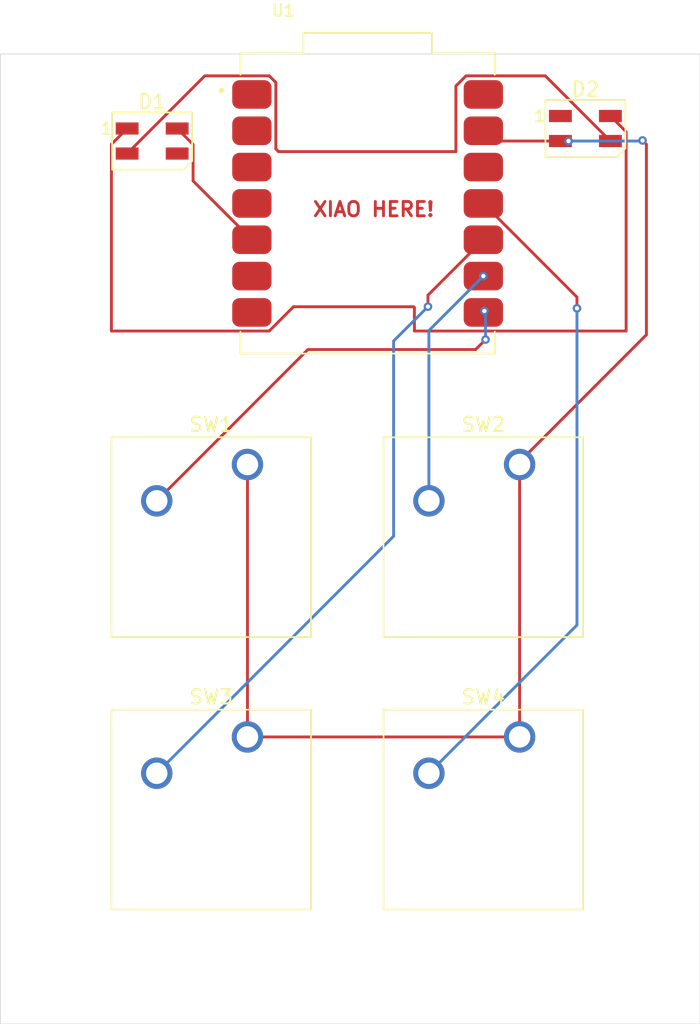
<source format=kicad_pcb>
(kicad_pcb (version 20241229) (generator "pcbnew") (generator_version "9.0")
  (layers (0 "F.Cu" signal) (2 "B.Cu" signal) (13 "F.Paste" user) (15 "B.Paste" user) (5 "F.SilkS" user "F.Silkscreen") (7 "B.SilkS" user "B.Silkscreen") (1 "F.Mask" user) (3 "B.Mask" user) (25 "Edge.Cuts" user))
  (net 0 "")
  (net 2 "Net-(D1-DOUT)")
  (net 3 "Net-(D1-DIN)")
  (net 4 "Net-(D1-VSS)")
  (net 5 "GND")
  (net 7 "Net-(U1-GPIO1{slash}RX)")
  (net 8 "Net-(U1-GPIO2{slash}SCK)")
  (net 9 "Net-(U1-GPIO4{slash}MISO)")
  (net 10 "Net-(U1-GPIO3{slash}MOSI)")
  (net 13 "unconnected-(U1-GPIO27{slash}ADC1{slash}A1-Pad2)")
  (net 15 "+5V")
  (footprint "Button_Switch_Keyboard:SW_Cherry_MX_1.00u_PCB" (layer "F.Cu") (at 147.79625 109.22)
    (property "Reference" "SW4" (at -2.54 -2.794 0) (layer "F.SilkS"))
    (property "Value" "SW_Push")
    (fp_line (start -9.525 -1.905) (end 4.445 -1.905) (stroke (width 0.12)) (layer "F.SilkS"))
    (fp_line (start -9.525 12.065) (end -9.525 -1.905) (stroke (width 0.12)) (layer "F.SilkS"))
    (fp_line (start 4.445 -1.905) (end 4.445 12.065) (stroke (width 0.12)) (layer "F.SilkS"))
    (fp_line (start 4.445 12.065) (end -9.525 12.065) (stroke (width 0.12)) (layer "F.SilkS"))
    (pad "" np_thru_hole circle (at -7.62 5.08) (size 1.7 1.7) (drill 1.7) (layers "*.Cu" "*.Mask"))
    (pad "" np_thru_hole circle (at -2.54 5.08) (size 4 4) (drill 4) (layers "*.Cu" "*.Mask"))
    (pad "" np_thru_hole circle (at 2.54 5.08) (size 1.7 1.7) (drill 1.7) (layers "*.Cu" "*.Mask"))
    (pad "1" thru_hole circle (at 0 0) (size 2.2 2.2) (drill 1.5) (layers "*.Cu" "*.Mask") (net 5 "GND"))
    (pad "2" thru_hole circle (at -6.35 2.54) (size 2.2 2.2) (drill 1.5) (layers "*.Cu" "*.Mask") (net 10 "Net-(U1-GPIO3{slash}MOSI)"))
  )
  (footprint "LED_SMD:LED_SK6812MINI_PLCC4_3.5x3.5mm_P1.75mm" (layer "F.Cu") (at 122.075 67.55)
    (property "Reference" "D1" (at 0 -2.75 0) (layer "F.SilkS"))
    (property "Value" "SK6812")
    (fp_line (start -2.8 -2) (end -2.8 2) (stroke (width 0.12)) (layer "F.SilkS"))
    (fp_line (start -2.8 -2) (end 2.8 -2) (stroke (width 0.12)) (layer "F.SilkS"))
    (fp_line (start -2.8 2) (end 2.2 2) (stroke (width 0.12)) (layer "F.SilkS"))
    (fp_line (start 2.8 1.4) (end 2.2 2) (stroke (width 0.12)) (layer "F.SilkS"))
    (fp_line (start 2.8 1.4) (end 2.8 -2) (stroke (width 0.12)) (layer "F.SilkS"))
    (fp_text user "1" (at -3.2 -0.875 0) (layer "F.SilkS") (effects (font (size 0.8 0.8))))
    (pad "1" smd rect (at -1.75 -0.875) (size 1.6 0.85) (layers "F.Cu" "F.Mask" "F.Paste") (net 4 "Net-(D1-VSS)"))
    (pad "2" smd rect (at -1.75 0.875) (size 1.6 0.85) (layers "F.Cu" "F.Mask" "F.Paste") (net 3 "Net-(D1-DIN)"))
    (pad "3" smd rect (at 1.75 0.875) (size 1.6 0.85) (layers "F.Cu" "F.Mask" "F.Paste"))
    (pad "4" smd rect (at 1.75 -0.875) (size 1.6 0.85) (layers "F.Cu" "F.Mask" "F.Paste") (net 2 "Net-(D1-DOUT)"))
  )
  (footprint "LED_SMD:LED_SK6812MINI_PLCC4_3.5x3.5mm_P1.75mm" (layer "F.Cu") (at 152.4 66.675)
    (property "Reference" "D2" (at 0 -2.75 0) (layer "F.SilkS"))
    (property "Value" "SK6812MINI")
    (fp_line (start -2.8 -2) (end -2.8 2) (stroke (width 0.12)) (layer "F.SilkS"))
    (fp_line (start -2.8 -2) (end 2.8 -2) (stroke (width 0.12)) (layer "F.SilkS"))
    (fp_line (start -2.8 2) (end 2.2 2) (stroke (width 0.12)) (layer "F.SilkS"))
    (fp_line (start 2.8 1.4) (end 2.2 2) (stroke (width 0.12)) (layer "F.SilkS"))
    (fp_line (start 2.8 1.4) (end 2.8 -2) (stroke (width 0.12)) (layer "F.SilkS"))
    (fp_text user "1" (at -3.2 -0.875 0) (layer "F.SilkS") (effects (font (size 0.8 0.8))))
    (pad "1" smd rect (at -1.75 -0.875) (size 1.6 0.85) (layers "F.Cu" "F.Mask" "F.Paste"))
    (pad "2" smd rect (at -1.75 0.875) (size 1.6 0.85) (layers "F.Cu" "F.Mask" "F.Paste") (net 5 "GND"))
    (pad "3" smd rect (at 1.75 0.875) (size 1.6 0.85) (layers "F.Cu" "F.Mask" "F.Paste") (net 3 "Net-(D1-DIN)"))
    (pad "4" smd rect (at 1.75 -0.875) (size 1.6 0.85) (layers "F.Cu" "F.Mask" "F.Paste") (net 4 "Net-(D1-VSS)"))
  )
  (footprint "Button_Switch_Keyboard:SW_Cherry_MX_1.00u_PCB" (layer "F.Cu") (at 128.74625 90.17)
    (property "Reference" "SW1" (at -2.54 -2.794 0) (layer "F.SilkS"))
    (property "Value" "SW_Push")
    (fp_line (start -9.525 -1.905) (end 4.445 -1.905) (stroke (width 0.12)) (layer "F.SilkS"))
    (fp_line (start -9.525 12.065) (end -9.525 -1.905) (stroke (width 0.12)) (layer "F.SilkS"))
    (fp_line (start 4.445 -1.905) (end 4.445 12.065) (stroke (width 0.12)) (layer "F.SilkS"))
    (fp_line (start 4.445 12.065) (end -9.525 12.065) (stroke (width 0.12)) (layer "F.SilkS"))
    (pad "" np_thru_hole circle (at -7.62 5.08) (size 1.7 1.7) (drill 1.7) (layers "*.Cu" "*.Mask"))
    (pad "" np_thru_hole circle (at -2.54 5.08) (size 4 4) (drill 4) (layers "*.Cu" "*.Mask"))
    (pad "" np_thru_hole circle (at 2.54 5.08) (size 1.7 1.7) (drill 1.7) (layers "*.Cu" "*.Mask"))
    (pad "1" thru_hole circle (at 0 0) (size 2.2 2.2) (drill 1.5) (layers "*.Cu" "*.Mask") (net 5 "GND"))
    (pad "2" thru_hole circle (at -6.35 2.54) (size 2.2 2.2) (drill 1.5) (layers "*.Cu" "*.Mask") (net 7 "Net-(U1-GPIO1{slash}RX)"))
  )
  (footprint "Button_Switch_Keyboard:SW_Cherry_MX_1.00u_PCB" (layer "F.Cu") (at 147.79625 90.17)
    (property "Reference" "SW2" (at -2.54 -2.794 0) (layer "F.SilkS"))
    (property "Value" "SW_Push")
    (fp_line (start -9.525 -1.905) (end 4.445 -1.905) (stroke (width 0.12)) (layer "F.SilkS"))
    (fp_line (start -9.525 12.065) (end -9.525 -1.905) (stroke (width 0.12)) (layer "F.SilkS"))
    (fp_line (start 4.445 -1.905) (end 4.445 12.065) (stroke (width 0.12)) (layer "F.SilkS"))
    (fp_line (start 4.445 12.065) (end -9.525 12.065) (stroke (width 0.12)) (layer "F.SilkS"))
    (pad "" np_thru_hole circle (at -7.62 5.08) (size 1.7 1.7) (drill 1.7) (layers "*.Cu" "*.Mask"))
    (pad "" np_thru_hole circle (at -2.54 5.08) (size 4 4) (drill 4) (layers "*.Cu" "*.Mask"))
    (pad "" np_thru_hole circle (at 2.54 5.08) (size 1.7 1.7) (drill 1.7) (layers "*.Cu" "*.Mask"))
    (pad "1" thru_hole circle (at 0 0) (size 2.2 2.2) (drill 1.5) (layers "*.Cu" "*.Mask") (net 5 "GND"))
    (pad "2" thru_hole circle (at -6.35 2.54) (size 2.2 2.2) (drill 1.5) (layers "*.Cu" "*.Mask") (net 8 "Net-(U1-GPIO2{slash}SCK)"))
  )
  (footprint "Button_Switch_Keyboard:SW_Cherry_MX_1.00u_PCB" (layer "F.Cu") (at 128.74625 109.22)
    (property "Reference" "SW3" (at -2.54 -2.794 0) (layer "F.SilkS"))
    (property "Value" "SW_Push")
    (fp_line (start -9.525 -1.905) (end 4.445 -1.905) (stroke (width 0.12)) (layer "F.SilkS"))
    (fp_line (start -9.525 12.065) (end -9.525 -1.905) (stroke (width 0.12)) (layer "F.SilkS"))
    (fp_line (start 4.445 -1.905) (end 4.445 12.065) (stroke (width 0.12)) (layer "F.SilkS"))
    (fp_line (start 4.445 12.065) (end -9.525 12.065) (stroke (width 0.12)) (layer "F.SilkS"))
    (pad "" np_thru_hole circle (at -7.62 5.08) (size 1.7 1.7) (drill 1.7) (layers "*.Cu" "*.Mask"))
    (pad "" np_thru_hole circle (at -2.54 5.08) (size 4 4) (drill 4) (layers "*.Cu" "*.Mask"))
    (pad "" np_thru_hole circle (at 2.54 5.08) (size 1.7 1.7) (drill 1.7) (layers "*.Cu" "*.Mask"))
    (pad "1" thru_hole circle (at 0 0) (size 2.2 2.2) (drill 1.5) (layers "*.Cu" "*.Mask") (net 5 "GND"))
    (pad "2" thru_hole circle (at -6.35 2.54) (size 2.2 2.2) (drill 1.5) (layers "*.Cu" "*.Mask") (net 9 "Net-(U1-GPIO4{slash}MISO)"))
  )
  (footprint "XIAO_RP2040:MOUDLE14P-XIAO-DIP-SMD" (layer "F.Cu") (at 137.15625 71.91375)
    (property "Reference" "U1" (at -5.898 -13.494 0) (layer "F.SilkS") (effects (font (size 0.8 0.8))))
    (property "Value" "XIAO-RP2040-DIP")
    (fp_line (start -8.9 -10.5) (end -4.5 -10.5) (stroke (width 0.127)) (layer "F.SilkS"))
    (fp_line (start -8.9 -9) (end -8.9 -10.5) (stroke (width 0.127)) (layer "F.SilkS"))
    (fp_line (start -8.9 8.97) (end -8.9 10.5) (stroke (width 0.127)) (layer "F.SilkS"))
    (fp_line (start -8.9 10.5) (end 8.9 10.5) (stroke (width 0.127)) (layer "F.SilkS"))
    (fp_line (start -4.5 -11.924) (end 4.495 -11.924) (stroke (width 0.127)) (layer "F.SilkS"))
    (fp_line (start -4.5 -10.5) (end -4.5 -11.9) (stroke (width 0.127)) (layer "F.SilkS"))
    (fp_line (start 4.5 -11.9) (end 4.5 -10.5) (stroke (width 0.127)) (layer "F.SilkS"))
    (fp_line (start 4.5 -10.5) (end 8.9 -10.5) (stroke (width 0.127)) (layer "F.SilkS"))
    (fp_line (start 8.9 -10.5) (end 8.9 -9) (stroke (width 0.127)) (layer "F.SilkS"))
    (fp_line (start 8.9 10.5) (end 8.9 8.97) (stroke (width 0.127)) (layer "F.SilkS"))
    (fp_circle (center -10.229 -7.891) (end -10.129 -7.891) (stroke (width 0.2)) (fill no) (layer "F.SilkS"))
    (pad "1" smd roundrect (at -8.1 -7.62) (size 2.75 2) (layers "F.Cu" "F.Mask" "F.Paste"))
    (pad "2" smd roundrect (at -8.1 -5.08) (size 2.75 2) (layers "F.Cu" "F.Mask" "F.Paste") (net 13 "unconnected-(U1-GPIO27{slash}ADC1{slash}A1-Pad2)"))
    (pad "3" smd roundrect (at -8.1 -2.54) (size 2.75 2) (layers "F.Cu" "F.Mask" "F.Paste"))
    (pad "4" smd roundrect (at -8.1 0) (size 2.75 2) (layers "F.Cu" "F.Mask" "F.Paste"))
    (pad "5" smd roundrect (at -8.1 2.54) (size 2.75 2) (layers "F.Cu" "F.Mask" "F.Paste") (net 2 "Net-(D1-DOUT)"))
    (pad "6" smd roundrect (at -8.1 5.08) (size 2.75 2) (layers "F.Cu" "F.Mask" "F.Paste"))
    (pad "7" smd roundrect (at -8.1 7.62) (size 2.75 2) (layers "F.Cu" "F.Mask" "F.Paste"))
    (pad "8" smd roundrect (at 8.1 7.62) (size 2.75 2) (layers "F.Cu" "F.Mask" "F.Paste") (net 7 "Net-(U1-GPIO1{slash}RX)"))
    (pad "9" smd roundrect (at 8.1 5.08) (size 2.75 2) (layers "F.Cu" "F.Mask" "F.Paste") (net 8 "Net-(U1-GPIO2{slash}SCK)"))
    (pad "10" smd roundrect (at 8.1 2.54) (size 2.75 2) (layers "F.Cu" "F.Mask" "F.Paste") (net 9 "Net-(U1-GPIO4{slash}MISO)"))
    (pad "11" smd roundrect (at 8.1 0) (size 2.75 2) (layers "F.Cu" "F.Mask" "F.Paste") (net 10 "Net-(U1-GPIO3{slash}MOSI)"))
    (pad "12" smd roundrect (at 8.1 -2.54) (size 2.75 2) (layers "F.Cu" "F.Mask" "F.Paste"))
    (pad "13" smd roundrect (at 8.1 -5.08) (size 2.75 2) (layers "F.Cu" "F.Mask" "F.Paste") (net 5 "GND"))
    (pad "14" smd roundrect (at 8.1 -7.62) (size 2.75 2) (layers "F.Cu" "F.Mask" "F.Paste") (net 15 "+5V"))
  )
  (gr_rect (start 111.45 61.4625) (end 160.42 129.29) (stroke (width 0.05)) (fill no) (layer "Edge.Cuts"))
  (gr_text "XIAO HERE!" (at 133.23 72.91 0) (layer "F.Cu") (effects (font (size 1 1) (thickness 0.2) (bold yes)) (justify left bottom)))
  (segment (start 123.825 66.675) (end 124.94 67.79) (width 0.2) (layer "F.Cu") (net 2))
  (segment (start 124.94 67.79) (end 124.94 70.3375) (width 0.2) (layer "F.Cu") (net 2))
  (segment (start 124.94 70.3375) (end 129.05625 74.45375) (width 0.2) (layer "F.Cu") (net 2))
  (segment (start 130.73225 63.454692) (end 130.73225 68.10225) (width 0.2) (layer "F.Cu") (net 3))
  (segment (start 125.75725 62.99275) (end 130.270308 62.99275) (width 0.2) (layer "F.Cu") (net 3))
  (segment (start 120.325 68.425) (end 125.75725 62.99275) (width 0.2) (layer "F.Cu") (net 3))
  (segment (start 143.335558 68.29) (end 143.335558 63.699384) (width 0.2) (layer "F.Cu") (net 3))
  (segment (start 143.335558 63.699384) (end 144.042192 62.99275) (width 0.2) (layer "F.Cu") (net 3))
  (segment (start 130.270308 62.99275) (end 130.73225 63.454692) (width 0.2) (layer "F.Cu") (net 3))
  (segment (start 130.92 68.29) (end 143.335558 68.29) (width 0.2) (layer "F.Cu") (net 3))
  (segment (start 144.042192 62.99275) (end 149.59275 62.99275) (width 0.2) (layer "F.Cu") (net 3))
  (segment (start 130.73225 68.10225) (end 130.92 68.29) (width 0.2) (layer "F.Cu") (net 3))
  (segment (start 149.59275 62.99275) (end 154.15 67.55) (width 0.2) (layer "F.Cu") (net 3))
  (segment (start 155.251 66.901) (end 155.251 80.83475) (width 0.2) (layer "F.Cu") (net 4))
  (segment (start 119.224 80.83475) (end 119.224 67.776) (width 0.2) (layer "F.Cu") (net 4))
  (segment (start 131.967308 79.13775) (end 130.270308 80.83475) (width 0.2) (layer "F.Cu") (net 4))
  (segment (start 155.251 80.83475) (end 140.43225 80.83475) (width 0.2) (layer "F.Cu") (net 4))
  (segment (start 140.43225 80.83475) (end 140.43225 79.196914) (width 0.2) (layer "F.Cu") (net 4))
  (segment (start 119.224 67.776) (end 120.325 66.675) (width 0.2) (layer "F.Cu") (net 4))
  (segment (start 140.373086 79.13775) (end 131.967308 79.13775) (width 0.2) (layer "F.Cu") (net 4))
  (segment (start 140.43225 79.196914) (end 140.373086 79.13775) (width 0.2) (layer "F.Cu") (net 4))
  (segment (start 130.270308 80.83475) (end 119.224 80.83475) (width 0.2) (layer "F.Cu") (net 4))
  (segment (start 154.15 65.8) (end 155.251 66.901) (width 0.2) (layer "F.Cu") (net 4))
  (segment (start 145.9725 67.55) (end 145.25625 66.83375) (width 0.2) (layer "F.Cu") (net 5))
  (segment (start 147.79625 89.97375) (end 156.67 81.1) (width 0.2) (layer "F.Cu") (net 5))
  (segment (start 147.79625 109.22) (end 147.79625 90.17) (width 0.2) (layer "F.Cu") (net 5))
  (segment (start 150.65 67.55) (end 151.22 67.55) (width 0.2) (layer "F.Cu") (net 5))
  (segment (start 156.67 81.1) (end 156.67 67.78) (width 0.2) (layer "F.Cu") (net 5))
  (segment (start 128.74625 109.22) (end 147.79625 109.22) (width 0.2) (layer "F.Cu") (net 5))
  (segment (start 147.79625 90.17) (end 147.79625 89.97375) (width 0.2) (layer "F.Cu") (net 5))
  (segment (start 156.67 67.78) (end 156.4 67.51) (width 0.2) (layer "F.Cu") (net 5))
  (segment (start 150.65 67.55) (end 145.9725 67.55) (width 0.2) (layer "F.Cu") (net 5))
  (segment (start 128.74625 90.17) (end 128.74625 109.22) (width 0.2) (layer "F.Cu") (net 5))
  (via (at 156.4 67.51) (size 0.6) (drill 0.3) (layers "F.Cu" "B.Cu") (net 5))
  (via (at 151.22 67.55) (size 0.6) (drill 0.3) (layers "F.Cu" "B.Cu") (net 5))
  (segment (start 156.36 67.55) (end 156.4 67.51) (width 0.2) (layer "B.Cu") (net 5))
  (segment (start 151.22 67.55) (end 156.36 67.55) (width 0.2) (layer "B.Cu") (net 5))
  (segment (start 144.71475 82.13) (end 145.41 81.43475) (width 0.2) (layer "F.Cu") (net 7))
  (segment (start 122.09 92.71) (end 122 92.8) (width 0.2) (layer "F.Cu") (net 7))
  (segment (start 132.97625 82.13) (end 144.71475 82.13) (width 0.2) (layer "F.Cu") (net 7))
  (segment (start 122.39625 92.71) (end 132.97625 82.13) (width 0.2) (layer "F.Cu") (net 7))
  (segment (start 122.39625 92.71) (end 122.09 92.71) (width 0.2) (layer "F.Cu") (net 7))
  (via (at 145.41 81.43475) (size 0.6) (drill 0.3) (layers "F.Cu" "B.Cu") (net 7))
  (via (at 145.33 79.43) (size 0.6) (drill 0.3) (layers "F.Cu" "B.Cu") (net 7))
  (segment (start 122.39625 92.71) (end 121.6025 92.71) (width 0.2) (layer "B.Cu") (net 7))
  (segment (start 145.41 79.51) (end 145.33 79.43) (width 0.2) (layer "B.Cu") (net 7))
  (segment (start 121.6025 92.71) (end 121.44375 92.86875) (width 0.2) (layer "B.Cu") (net 7))
  (segment (start 145.41 81.43475) (end 145.41 79.51) (width 0.2) (layer "B.Cu") (net 7))
  (via (at 145.25625 76.99375) (size 0.6) (drill 0.3) (layers "F.Cu" "B.Cu") (net 8))
  (segment (start 141.44625 92.71) (end 141.44625 80.80375) (width 0.2) (layer "B.Cu") (net 8))
  (segment (start 141.44625 80.80375) (end 145.25625 76.99375) (width 0.2) (layer "B.Cu") (net 8))
  (segment (start 141.38 78.33) (end 141.38 79.13) (width 0.2) (layer "F.Cu") (net 9))
  (segment (start 145.25625 74.45375) (end 141.38 78.33) (width 0.2) (layer "F.Cu") (net 9))
  (via (at 141.38 79.13) (size 0.6) (drill 0.3) (layers "F.Cu" "B.Cu") (net 9))
  (segment (start 138.97525 81.53475) (end 138.97525 95.181) (width 0.2) (layer "B.Cu") (net 9))
  (segment (start 141.38 79.13) (end 138.97525 81.53475) (width 0.2) (layer "B.Cu") (net 9))
  (segment (start 138.97525 95.181) (end 122.39625 111.76) (width 0.2) (layer "B.Cu") (net 9))
  (segment (start 151.81 78.4675) (end 151.81 79.25) (width 0.2) (layer "F.Cu") (net 10))
  (segment (start 145.25625 71.91375) (end 151.81 78.4675) (width 0.2) (layer "F.Cu") (net 10))
  (via (at 151.81 79.25) (size 0.6) (drill 0.3) (layers "F.Cu" "B.Cu") (net 10))
  (segment (start 151.81 101.39625) (end 141.44625 111.76) (width 0.2) (layer "B.Cu") (net 10))
  (segment (start 151.81 79.25) (end 151.81 101.39625) (width 0.2) (layer "B.Cu") (net 10))
  (segment (start 129.05625 66.83375) (end 129.05625 66.858692) (width 0.2) (layer "F.Cu") (net 13))
)
</source>
